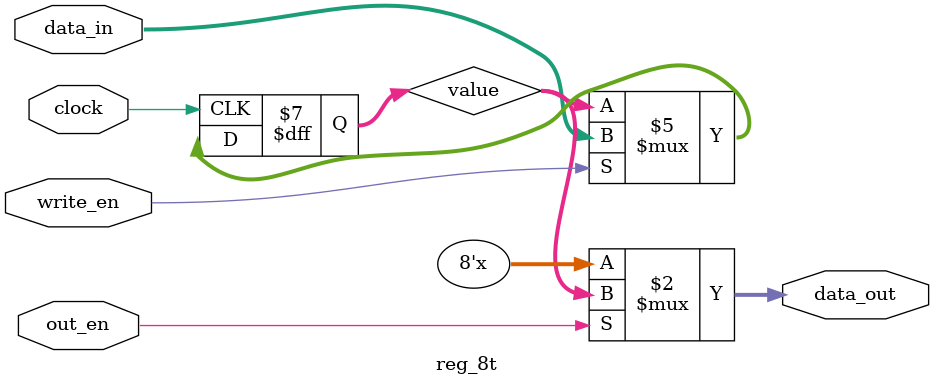
<source format=v>
`timescale 1ns / 1ps

module reg_8t(
    input clock,
    input out_en,
    input write_en,
    input [7:0] data_in,
    output [7:0] data_out
    );
    
    reg [7:0] value;
    
    assign data_out = (out_en == 1'b1) ? value : 8'bZ;
    
    always @(posedge clock) begin
        if (write_en == 1'b1) begin
            value <= data_in;
        end
    end
        
endmodule

</source>
